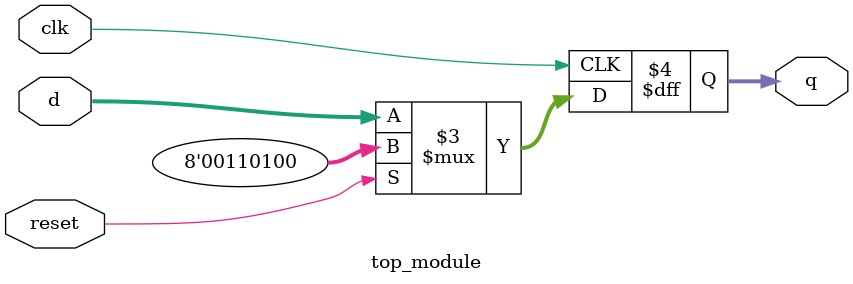
<source format=v>
module top_module (
    input clk,
    input reset,
    input [7:0] d,
    output [7:0] q
);

    always@(negedge clk)
        q <= reset ? 6'h0x34 : d;
endmodule

</source>
